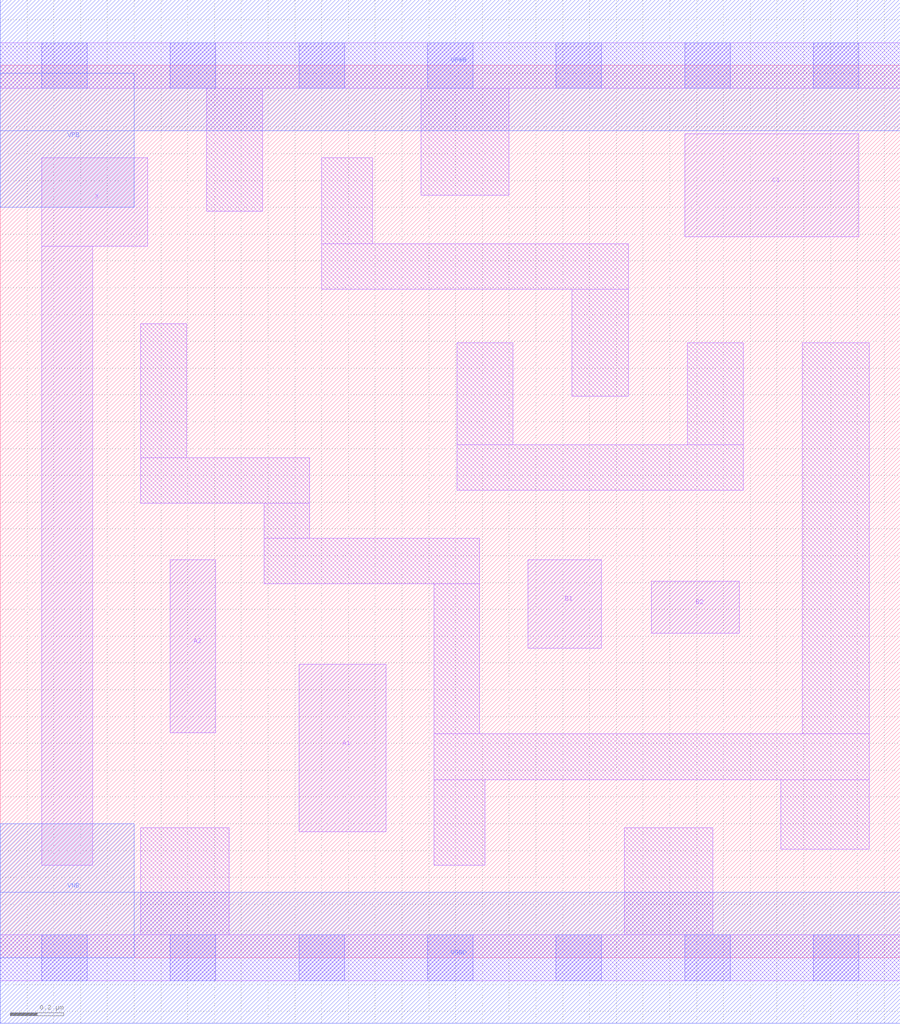
<source format=lef>
# Copyright 2020 The SkyWater PDK Authors
#
# Licensed under the Apache License, Version 2.0 (the "License");
# you may not use this file except in compliance with the License.
# You may obtain a copy of the License at
#
#     https://www.apache.org/licenses/LICENSE-2.0
#
# Unless required by applicable law or agreed to in writing, software
# distributed under the License is distributed on an "AS IS" BASIS,
# WITHOUT WARRANTIES OR CONDITIONS OF ANY KIND, either express or implied.
# See the License for the specific language governing permissions and
# limitations under the License.
#
# SPDX-License-Identifier: Apache-2.0

VERSION 5.5 ;
NAMESCASESENSITIVE ON ;
BUSBITCHARS "[]" ;
DIVIDERCHAR "/" ;
MACRO sky130_fd_sc_lp__a221o_m
  CLASS CORE ;
  SOURCE USER ;
  ORIGIN  0.000000  0.000000 ;
  SIZE  3.360000 BY  3.330000 ;
  SYMMETRY X Y R90 ;
  SITE unit ;
  PIN A1
    ANTENNAGATEAREA  0.126000 ;
    DIRECTION INPUT ;
    USE SIGNAL ;
    PORT
      LAYER li1 ;
        RECT 1.115000 0.470000 1.440000 1.095000 ;
    END
  END A1
  PIN A2
    ANTENNAGATEAREA  0.126000 ;
    DIRECTION INPUT ;
    USE SIGNAL ;
    PORT
      LAYER li1 ;
        RECT 0.635000 0.840000 0.805000 1.485000 ;
    END
  END A2
  PIN B1
    ANTENNAGATEAREA  0.126000 ;
    DIRECTION INPUT ;
    USE SIGNAL ;
    PORT
      LAYER li1 ;
        RECT 1.970000 1.155000 2.245000 1.485000 ;
    END
  END B1
  PIN B2
    ANTENNAGATEAREA  0.126000 ;
    DIRECTION INPUT ;
    USE SIGNAL ;
    PORT
      LAYER li1 ;
        RECT 2.430000 1.210000 2.760000 1.405000 ;
    END
  END B2
  PIN C1
    ANTENNAGATEAREA  0.126000 ;
    DIRECTION INPUT ;
    USE SIGNAL ;
    PORT
      LAYER li1 ;
        RECT 2.555000 2.690000 3.205000 3.075000 ;
    END
  END C1
  PIN X
    ANTENNADIFFAREA  0.222600 ;
    DIRECTION OUTPUT ;
    USE SIGNAL ;
    PORT
      LAYER li1 ;
        RECT 0.155000 0.345000 0.345000 2.655000 ;
        RECT 0.155000 2.655000 0.550000 2.985000 ;
    END
  END X
  PIN VGND
    DIRECTION INOUT ;
    USE GROUND ;
    PORT
      LAYER met1 ;
        RECT 0.000000 -0.245000 3.360000 0.245000 ;
    END
  END VGND
  PIN VNB
    DIRECTION INOUT ;
    USE GROUND ;
    PORT
    END
  END VNB
  PIN VPB
    DIRECTION INOUT ;
    USE POWER ;
    PORT
    END
  END VPB
  PIN VNB
    DIRECTION INOUT ;
    USE GROUND ;
    PORT
      LAYER met1 ;
        RECT 0.000000 0.000000 0.500000 0.500000 ;
    END
  END VNB
  PIN VPB
    DIRECTION INOUT ;
    USE POWER ;
    PORT
      LAYER met1 ;
        RECT 0.000000 2.800000 0.500000 3.300000 ;
    END
  END VPB
  PIN VPWR
    DIRECTION INOUT ;
    USE POWER ;
    PORT
      LAYER met1 ;
        RECT 0.000000 3.085000 3.360000 3.575000 ;
    END
  END VPWR
  OBS
    LAYER li1 ;
      RECT 0.000000 -0.085000 3.360000 0.085000 ;
      RECT 0.000000  3.245000 3.360000 3.415000 ;
      RECT 0.525000  0.085000 0.855000 0.485000 ;
      RECT 0.525000  1.695000 1.155000 1.865000 ;
      RECT 0.525000  1.865000 0.695000 2.365000 ;
      RECT 0.770000  2.785000 0.980000 3.245000 ;
      RECT 0.985000  1.395000 1.790000 1.565000 ;
      RECT 0.985000  1.565000 1.155000 1.695000 ;
      RECT 1.200000  2.495000 2.345000 2.665000 ;
      RECT 1.200000  2.665000 1.390000 2.985000 ;
      RECT 1.570000  2.845000 1.900000 3.245000 ;
      RECT 1.620000  0.345000 1.810000 0.665000 ;
      RECT 1.620000  0.665000 3.245000 0.835000 ;
      RECT 1.620000  0.835000 1.790000 1.395000 ;
      RECT 1.705000  1.745000 2.775000 1.915000 ;
      RECT 1.705000  1.915000 1.915000 2.295000 ;
      RECT 2.135000  2.095000 2.345000 2.495000 ;
      RECT 2.330000  0.085000 2.660000 0.485000 ;
      RECT 2.565000  1.915000 2.775000 2.295000 ;
      RECT 2.915000  0.405000 3.245000 0.665000 ;
      RECT 2.995000  0.835000 3.245000 2.295000 ;
    LAYER mcon ;
      RECT 0.155000 -0.085000 0.325000 0.085000 ;
      RECT 0.155000  3.245000 0.325000 3.415000 ;
      RECT 0.635000 -0.085000 0.805000 0.085000 ;
      RECT 0.635000  3.245000 0.805000 3.415000 ;
      RECT 1.115000 -0.085000 1.285000 0.085000 ;
      RECT 1.115000  3.245000 1.285000 3.415000 ;
      RECT 1.595000 -0.085000 1.765000 0.085000 ;
      RECT 1.595000  3.245000 1.765000 3.415000 ;
      RECT 2.075000 -0.085000 2.245000 0.085000 ;
      RECT 2.075000  3.245000 2.245000 3.415000 ;
      RECT 2.555000 -0.085000 2.725000 0.085000 ;
      RECT 2.555000  3.245000 2.725000 3.415000 ;
      RECT 3.035000 -0.085000 3.205000 0.085000 ;
      RECT 3.035000  3.245000 3.205000 3.415000 ;
  END
END sky130_fd_sc_lp__a221o_m
END LIBRARY

</source>
